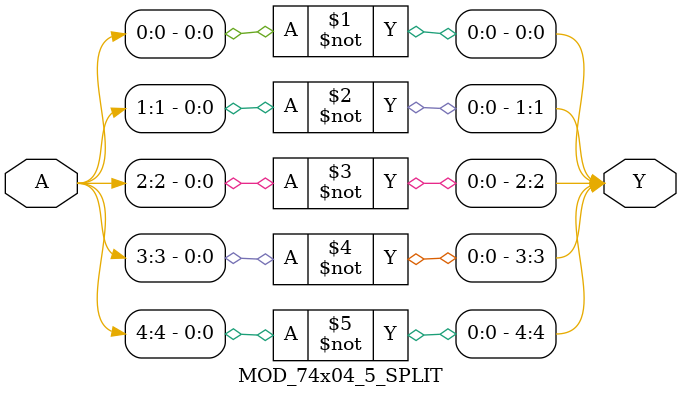
<source format=v>
module MOD_74x04_5 (
    input [4:0] A,
    output [4:0] Y);

assign Y = ~A;

endmodule

module MOD_74x04_5_SPLIT (
    input [4:0] A,
    output [4:0] Y);

assign Y[0] = ~A[0];
assign Y[1] = ~A[1];
assign Y[2] = ~A[2];
assign Y[3] = ~A[3];
assign Y[4] = ~A[4];

endmodule

</source>
